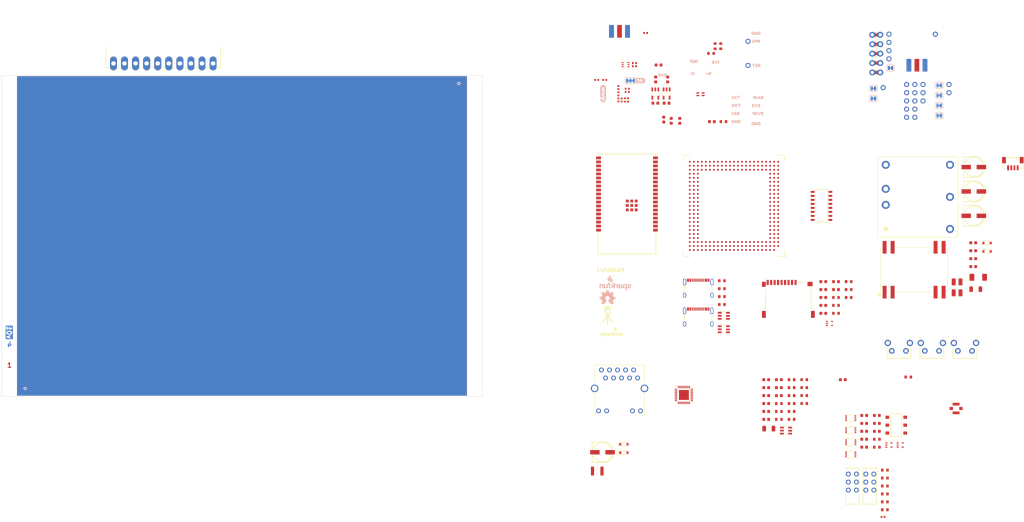
<source format=kicad_pcb>
(kicad_pcb (version 20240108) (generator "pcbnew") (generator_version "8.0")
  (layers (0 "F.Cu" signal) (1 "In1.Cu" signal) (2 "In2.Cu" signal) (31 "B.Cu" signal) (34 "B.Paste" user) (35 "F.Paste" user) (36 "B.SilkS" user "B.Silkscreen") (37 "F.SilkS" user "F.Silkscreen") (38 "B.Mask" user) (39 "F.Mask" user) (44 "Edge.Cuts" user))
  (net 0 "")
  (net 1 "GND")
  (net 2 "Net-(JP1-A)")
  (net 4 "ESP0{slash}BOOT")
  (net 5 "Net-(D2-I{slash}O1)")
  (net 8 "ESP36{slash}MRDY")
  (net 9 "ESP14{slash}MRX1")
  (net 15 "1.8V")
  (net 16 "3.3V")
  (net 18 "ESP_~{RST}")
  (net 20 "Net-(JP3-B)")
  (net 21 "Net-(JP7-B)")
  (net 22 "3.3V_P")
  (net 23 "SD_DATA")
  (net 24 "SD_CLK")
  (net 25 "SD_CMD")
  (net 26 "VUSB")
  (net 27 "ESP13{slash}MTX1")
  (net 28 "VANT")
  (net 29 "Net-(JP6-A)")
  (net 32 "GND-ISO")
  (net 33 "VDDA")
  (net 34 "ESP25{slash}MRX4")
  (net 36 "Net-(D2-I{slash}O2)")
  (net 37 "MRX2")
  (net 38 "MTX2")
  (net 39 "ESP22{slash}SCL")
  (net 40 "ESP21{slash}SDA")
  (net 41 "ESP4{slash}MTX4")
  (net 42 "Net-(JP1-B)")
  (net 43 "CH340-~{DTR}")
  (net 44 "CH340-~{RTS}")
  (net 47 "MOSAIC_RF_IN")
  (net 48 "Net-(C11-Pad2)")
  (net 51 "ESP3{slash}CH340-TX")
  (net 52 "ESP1{slash}CH340-RX")
  (net 53 "MOSAIC_DP")
  (net 54 "MOSAIC_DM")
  (net 55 "ESP35{slash}DeviceSense")
  (net 56 "Net-(U2-~{RESET})")
  (net 58 "ESP_DP")
  (net 59 "ESP_DM")
  (net 74 "Net-(C12-Pad1)")
  (net 75 "Net-(U4-VDDP_1.8)")
  (net 76 "Net-(U4-REXT)")
  (net 77 "10MHz")
  (net 78 "RD-")
  (net 79 "TD-")
  (net 80 "TD+")
  (net 81 "RD+")
  (net 82 "POE+")
  (net 83 "POE-")
  (net 84 "Net-(J5-YLW-)")
  (net 85 "Net-(J5-GRN-)")
  (net 86 "Net-(J6-DAT3{slash}CD)")
  (net 90 "Net-(JP2-B)")
  (net 91 "Net-(JP6-B)")
  (net 92 "/50Ohm")
  (net 93 "Net-(JP7-A)")
  (net 95 "Net-(U6-VOUT+)")
  (net 96 "VIN_DC")
  (net 97 "Net-(U2-SYNC)")
  (net 98 "Net-(R37-Pad2)")
  (net 100 "Net-(Q1B-B2)")
  (net 101 "Net-(Q1A-B1)")
  (net 103 "Net-(U2-GPIO_1)")
  (net 104 "VUSB2")
  (net 107 "Net-(J2-CC2)")
  (net 108 "Net-(J2-SHIELD)")
  (net 112 "Net-(J2-CC1)")
  (net 113 "Net-(J4-SHIELD)")
  (net 118 "Net-(J4-CC2)")
  (net 119 "Net-(J4-CC1)")
  (net 121 "5V")
  (net 122 "Net-(JP10-A)")
  (net 123 "Net-(JP11-A)")
  (net 124 "Net-(U2-GPIO_2)")
  (net 125 "Net-(U2-COM3_RX)")
  (net 126 "Net-(U2-COM3_TX)")
  (net 127 "SPEED")
  (net 128 "LINK")
  (net 129 "Net-(U4-COL{slash}CONFIG0)")
  (net 130 "ETH_~{RST}")
  (net 131 "ETH_MDIO")
  (net 133 "ETH_CLK")
  (net 134 "ETH_TXEN")
  (net 135 "ETH_TXD1")
  (net 137 "ETH_MDC")
  (net 138 "MRTS2")
  (net 139 "MCTS2")
  (net 140 "LED_RTK")
  (net 146 "LOG_BTN")
  (net 147 "ETH_RXDV")
  (net 149 "LED_LOG")
  (net 150 "LED_PVT")
  (net 151 "ETH_RXER")
  (net 152 "ETH_RXD1")
  (net 153 "ETH_TXD0")
  (net 154 "ETH_RXD0")
  (net 160 "Net-(U6-VIN+)")
  (net 161 "VIN_POE")
  (net 164 "VIN+")
  (net 165 "VIN-")
  (net 169 "Net-(JP12-B)")
  (net 170 "Net-(JP13-B)")
  (net 171 "DC_IN+")
  (net 172 "DC_IN-")
  (net 178 "ESP26{slash}MCTS1")
  (net 179 "ESP27{slash}MRTS1")
  (net 180 "Net-(U2-COM3_CTS)")
  (net 181 "Net-(U2-COM3_RTS)")
  (net 182 "VCCIO")
  (net 183 "MRX2_I")
  (net 184 "MTX2_O")
  (net 185 "MRTS2_O")
  (net 186 "MCTS2_I")
  (net 187 "MEventB_I")
  (net 188 "MEventA_I")
  (net 189 "MPPS_O")
  (net 190 "ESP32{slash}LED_ERROR")
  (net 191 "ESP33{slash}LED_LOCK")
  (net 195 "MPPS_1V8")
  (net 196 "MEventA_1V8")
  (net 197 "MEventB_1V8")
  (net 199 "Net-(D11-PadANODE_1)")
  (net 200 "Net-(D11-PadANODE_3)")
  (net 201 "Net-(D11-PadANODE_2)")
  (net 202 "Net-(D12-PadANODE_1)")
  (net 203 "Net-(D12-PadANODE_2)")
  (net 204 "Net-(D12-PadANODE_3)")
  (footprint "SparkFun-Capacitor:C_0402_1005Metric" (layer "F.Cu") (at 305.435 37.338)
    (property "Reference" "D1")
    (property "Value" " PESD0402")
  )
  (footprint "SparkFun-Resistor:R_0603_1608Metric" (layer "F.Cu") (at 329.5499 115.7684)
    (property "Reference" "R9")
    (property "Value" "5.1k")
  )
  (footprint "SparkFun-Switch:Push_PTH_RA_8-020_h7.5mm" (layer "F.Cu") (at 395.965 137.9628)
    (property "Reference" "SW2")
    (property "Value" "PTH_RA_h7.5mm")
  )
  (footprint "SparkFun-RF:ESP32-WROVER-E-IE" (layer "F.Cu") (at 299.5422 91.948 -90)
    (property "Reference" "U1")
    (property "Value" "ESP32-WROVER-IE-N16R8")
  )
  (footprint "SparkFun-Capacitor:C_0603_1608Metric" (layer "F.Cu") (at 316.23 65.151 -90)
    (property "Reference" "C27")
    (property "Value" "10uF")
  )
  (footprint "SparkFun-Capacitor:C_0603_1608Metric" (layer "F.Cu") (at 343.565 149.605)
    (property "Reference" "C11")
    (property "Value" "0.1uF")
  )
  (footprint "SparkFun-Connector:1x01" (layer "F.Cu") (at 387.9639 56.2546)
    (property "Reference" "TP11")
    (property "Value" "PTH")
  )
  (footprint "SparkFun-Capacitor:C_0402_1005Metric" (layer "F.Cu") (at 297.842998 58.547 -90)
    (property "Reference" "C1")
    (property "Value" "10uF")
  )
  (footprint "SparkFun-Semiconductor-Standard:VSSOP8_SOT765-1" (layer "F.Cu") (at 370.295 163.08)
    (property "Reference" "U9")
    (property "Value" "74LVC2T45DC")
  )
  (footprint "SparkFun-Connector:1x01" (layer "F.Cu") (at 393.1639 58.8546)
    (property "Reference" "TP22")
    (property "Value" "PTH")
  )
  (footprint "SparkFun-Semiconductor-Standard:VSSOP8_SOT765-1" (layer "F.Cu") (at 370.295 159.255)
    (property "Reference" "U8")
    (property "Value" "74LVC2T45DC")
  )
  (footprint "SparkFun-Capacitor:C_0603_1608Metric" (layer "F.Cu") (at 409.02 111.29)
    (property "Reference" "C38")
    (property "Value" "10uF")
  )
  (footprint "SparkFun-Capacitor:C_0402_1005Metric" (layer "F.Cu") (at 296.826998 54.61 90)
    (property "Reference" "C8")
    (property "Value" "1.0uF")
  )
  (footprint "SparkFun-Jumper:Jumper_2_PTH_SMD_Combo-NC" (layer "F.Cu") (at 378.3737 49.85)
    (property "Reference" "JP6")
    (property "Value" "Measure")
  )
  (footprint "SparkFun-Resistor:R_0603_1608Metric" (layer "F.Cu") (at 388.485 146.2428)
    (property "Reference" "R37")
    (property "Value" "1k")
  )
  (footprint "SparkFun-Capacitor:C_0603_1608Metric" (layer "F.Cu") (at 312.066998 59.563 180)
    (property "Reference" "C23")
    (property "Value" "0.1uF")
  )
  (footprint "SparkFun-Connector:1x01" (layer "F.Cu") (at 393.1639 56.2546)
    (property "Reference" "TP21")
    (property "Value" "PTH")
  )
  (footprint "SparkFun-Aesthetic:Fiducial_0.5mm_Mask1mm" (layer "F.Cu") (at 109.22 149.86)
    (property "Reference" "FID3")
    (property "Value" "Fiducial_0.5mm")
  )
  (footprint "SparkFun-Resistor:R_0402_1005Metric" (layer "F.Cu") (at 301.907 46.863)
    (property "Reference" "R2")
    (property "Value" "10k")
  )
  (footprint "SparkFun-Semiconductor-Standard:QFN-32" (layer "F.Cu") (at 317.54 151.92)
    (property "Reference" "U4")
    (property "Value" "KSZ8041NL/I")
  )
  (footprint "SparkFun-Resistor:R_0603_1608Metric" (layer "F.Cu") (at 378.56 165.94)
    (property "Reference" "R43")
    (property "Value" "100k")
  )
  (footprint "SparkFun-Resistor:R_0603_1608Metric" (layer "F.Cu") (at 369.635 118.555)
    (property "Reference" "R31")
    (property "Value" "1k")
  )
  (footprint "SparkFun-Capacitor:C_0603_1608Metric" (layer "F.Cu") (at 378.56 158.41)
    (property "Reference" "C44")
    (property "Value" "0.1uF")
  )
  (footprint "SparkFun-Capacitor:C_0603_1608Metric" (layer "F.Cu") (at 313.535 65.151 -90)
    (property "Reference" "C28")
    (property "Value" "0.1uF")
  )
  (footprint "SparkFun-Connector:1x01" (layer "F.Cu") (at 390.5639 61.4546)
    (property "Reference" "TP18")
    (property "Value" "PTH")
  )
  (footprint "SparkFun-Resistor:R_0603_1608Metric" (layer "F.Cu") (at 365.625 126.085)
    (property "Reference" "R29")
    (property "Value" "10k")
  )
  (footprint "SparkFun-Capacitor:C_0603_1608Metric" (layer "F.Cu") (at 361.615 121.065)
    (property "Reference" "C18")
    (property "Value" "2.2uF")
  )
  (footprint "SparkFun-Semiconductor-Standard:SOT23-6" (layer "F.Cu") (at 349.835 163.2002)
    (property "Reference" "D6")
    (property "Value" "DT1042-04SO")
  )
  (footprint "SparkFun-Resistor:R_0603_1608Metric" (layer "F.Cu") (at 351.585 159.645)
    (property "Reference" "R25")
    (property "Value" "13k")
  )
  (footprint "SparkFun-Semiconductor-Standard:VSSOP8_SOT765-1" (layer "F.Cu") (at 370.295 166.905)
    (property "Reference" "U10")
    (property "Value" "74LVC2T45DC")
  )
  (footprint "SparkFun-Connector:1x01" (layer "F.Cu") (at 382.3739 37.7346)
    (property "Reference" "TP2")
    (property "Value" "PTH")
  )
  (footprint "SparkFun-GPS:MOSAIC_LGA" (layer "F.Cu") (at 333.375 92.075)
    (property "Reference" "U2")
    (property "Value" "mosaic-X5")
  )
  (footprint "SparkFun-Hardware:Standoff" (layer "F.Cu") (at 251.46 149.86)
    (property "Reference" "ST3")
    (property "Value" "STAND-OFF")
  )
  (footprint "SparkFun-Connector:1x01" (layer "F.Cu") (at 393.1639 53.6546)
    (property "Reference" "TP20")
    (property "Value" "PTH")
  )
  (footprint "SparkFun-Capacitor:PANASONIC_D" (layer "F.Cu") (at 291.7984 170.0566)
    (property "Reference" "C6")
    (property "Value" "100uF")
  )
  (footprint "SparkFun-Capacitor:C_0402_1005Metric" (layer "F.Cu") (at 296.826998 58.547 -90)
    (property "Reference" "C2")
    (property "Value" "0.1uF")
  )
  (footprint "SparkFun-Resistor:R_0603_1608Metric" (layer "F.Cu") (at 381.09 188.26)
    (property "Reference" "R42")
    (property "Value" "470")
  )
  (footprint "SparkFun-Jumper:Jumper_2_PTH_SMD_Combo-NC" (layer "F.Cu") (at 378.3737 43.8876)
    (property "Reference" "JP4")
    (property "Value" "Measure")
  )
  (footprint "SparkFun-Coil:1008_2520Metric" (layer "F.Cu") (at 403.93 116.15)
    (property "Reference" "L3")
    (property "Value" "4.7uH")
  )
  (footprint "SparkFun-Capacitor:C_0603_1608Metric" (layer "F.Cu") (at 365.625 116.045)
    (property "Reference" "C30")
    (property "Value" "10uF")
  )
  (footprint "SparkFun-Resistor:R_0603_1608Metric" (layer "F.Cu") (at 369.635 121.065)
    (property "Reference" "R32")
    (property "Value" "33")
  )
  (footprint "SparkFun-Fuse:1210" (layer "F.Cu") (at 290.1388 176.0054)
    (property "Reference" "F1")
    (property "Value" "6V/2.0A/4.0A")
  )
  (footprint "kibuzzard-65776CDC" (layer "F.Cu") (at 294.64 112.395)
    (property "Reference" "kibuzzard-65776CDC" (hide yes))
    (property "Value" "G***" (hide yes))
  )
  (footprint "SparkFun-Capacitor:C_0603_1608Metric" (layer "F.Cu") (at 361.615 118.555)
    (property "Reference" "C17")
    (property "Value" "0.1uF")
  )
  (footprint "SparkFun-Capacitor:C_0603_1608Metric" (layer "F.Cu") (at 378.56 160.92)
    (property "Reference" "C45")
    (property "Value" "2.2uF")
  )
  (footprint "SparkFun-Capacitor:C_0603_1608Metric" (layer "F.Cu") (at 347.575 152.115)
    (property "Reference" "L2")
    (property "Value" "470Ohm")
  )
  (footprint "SparkFun-Resistor:R_0603_1608Metric" (layer "F.Cu") (at 365.625 121.065)
    (property "Reference" "R27")
    (property "Value" "10k")
  )
  (footprint "SparkFun-Connector:1x01" (layer "F.Cu") (at 401.3539 56.2546)
    (property "Reference" "TP9")
    (property "Value" "PTH")
  )
  (footprint "SparkFun-Connector:1x01" (layer "F.Cu") (at 337.82 40.005)
    (property "Reference" "TP6")
    (property "Value" "PTH")
  )
  (footprint "SparkFun-Connector:SMA_Edge" (layer "F.Cu") (at 297.18 36.83)
    (property "Reference" "J1")
    (property "Value" "Val**")
  )
  (footprint "SparkFun-Capacitor:PANASONIC_D" (layer "F.Cu") (at 409.205 87.5098)
    (property "Reference" "C35")
    (property "Value" "47uF")
  )
  (footprint "SparkFun-Resistor:R_0603_1608Metric" (layer "F.Cu") (at 329.5499 120.7884)
    (property "Reference" "R14")
    (property "Value" "5.1k")
  )
  (footprint "SparkFun-Connector:U.FL" (layer "F.Cu") (at 403.605 156.21)
    (property "Reference" "J3")
    (property "Value" "Val**")
  )
  (footprint "SparkFun-Capacitor:C_0603_1608Metric" (layer "F.Cu") (at 343.565 154.625)
    (property "Reference" "C13")
    (property "Value" "2.2uF")
  )
  (footprint "SparkFun-Capacitor:C_0603_1608Metric" (layer "F.Cu") (at 374.55 158.41)
    (property "Reference" "C39")
    (property "Value" "2.2uF")
  )
  (footprint "SparkFun-Connector:1x01" (layer "F.Cu") (at 382.3739 40.3346)
    (property "Reference" "TP3")
    (property "Value" "PTH")
  )
  (footprint "SparkFun-Resistor:R_1206_3216Metric" (layer "F.Cu") (at 409.82 118.44)
    (property "Reference" "R36")
    (property "Value" "49.9")
  )
  (footprint "SparkFun-Connector:1x01" (layer "F.Cu") (at 337.82 47.625 180)
    (property "Reference" "TP5")
    (property "Value" "PTH")
  )
  (footprint "SparkFun-Capacitor:C_0603_1608Metric" (layer "F.Cu") (at 343.565 152.115)
    (property "Reference" "C12")
    (property "Value" "0.1uF")
  )
  (footprint "SparkFun-Connector:1x01" (layer "F.Cu") (at 387.9639 64.0546)
    (property "Reference" "TP14")
    (property "Value" "PTH")
  )
  (footprint "SparkFun-Resistor:R_0603_1608Metric" (layer "F.Cu") (at 351.585 147.095)
    (property "Reference" "R20")
    (property "Value" "49.9")
  )
  (footprint "SparkFun-Connector:Screw_Cage_3.5mm-10" (layer "F.Cu") (at 152.91 44.19 180)
    (property "Reference" "J9")
    (property "Value" "Screw_Cage_3.5mm-10")
  )
  (footprint "SparkFun-Semiconductor-Standard:SOT-323" (layer "F.Cu") (at 299.113 47.371)
    (property "Reference" "Q1")
    (property "Value" "MBT3904DW1")
  )
  (footprint "SparkFun-Capacitor:PANASONIC_D" (layer "F.Cu") (at 409.205 79.8066)
    (property "Reference" "C32")
    (property "Value" "100uF")
  )
  (footprint "SparkFun-Resistor:R_0603_1608Metric" (layer "F.Cu") (at 329.5499 118.2784)
    (property "Reference" "R10")
    (property "Value" "5.1k")
  )
  (footprint "SparkFun-Hardware:Standoff" (layer "F.Cu") (at 104.14 149.86)
    (property "Reference" "ST4")
    (property "Value" "STAND-OFF")
  )
  (footprint "SparkFun-Capacitor:C_0603_1608Metric" (layer "F.Cu") (at 312.42 52.07 90)
    (property "Reference" "C22")
    (property "Value" "1.0uF")
  )
  (footprint "SparkFun-Resistor:R_0402_1005Metric" (layer "F.Cu") (at 298.858998 58.547 -90)
    (property "Reference" "R7")
    (property "Value" "1k")
  )
  (footprint "SparkFun-Aesthetic:SparkFun_Logo_7mm" (layer "F.Cu") (at 294.64 132.715)
    (property "Reference" "G***" (hide yes))
    (property "Value" "LOGO" (hide yes))
  )
  (footprint "SparkFun-Jumper:Jumper_2_PTH_SMD_Combo-NC" (layer "F.Cu") (at 378.3737 46.8688)
    (property "Reference" "JP5")
    (property "Value" "Measure")
  )
  (footprint "SparkFun-Semiconductor-Standard:REC15E" (layer "F.Cu") (at 391.5312 89.2312)
    (property "Reference" "U6")
    (property "Value" "REC15E-2405SZ")
  )
  (footprint "SparkFun-Capacitor:C_0603_1608Metric" (layer "F.Cu") (at 343.565 157.135)
    (property "Reference" "C14")
    (property "Value" "0.1uF")
  )
  (footprint "SparkFun-Semiconductor-Standard:SOT23-5" (layer "F.Cu") (at 312.066998 56.515 -90)
    (property "Reference" "U11")
    (property "Value" "AP2112K-3.3")
  )
  (footprint "SparkFun-Aesthetic:Fiducial_0.5mm_Mask1mm" (layer "F.Cu") (at 246.38 53.34)
    (property "Reference" "FID4")
    (property "Value" "Fiducial_0.5mm")
  )
  (footprint "SparkFun-Capacitor:C_0603_1608Metric" (layer "F.Cu") (at 347.575 149.605)
    (property "Reference" "C26")
    (property "Value" "0.1uF")
  )
  (footprint "SparkFun-Capacitor:C_0603_1608Metric" (layer "F.Cu") (at 308.61 52.07 -90)
    (property "Reference" "C7")
    (property "Value" "1.0uF")
  )
  (footprint "SparkFun-Connector:1x01" (layer "F.Cu") (at 387.9639 61.4546)
    (property "Reference" "TP13")
    (property "Value" "PTH")
  )
  (footprint "SparkFun-Connector:1x01" (layer "F.Cu") (at 397.0439 37.7346)
    (property "Reference" "TP1")
    (property "Value" "PTH")
  )
  (footprint "SparkFun-Resistor:R_0603_1608Metric" (layer "F.Cu") (at 347.575 159.645)
    (property "Reference" "R19")
    (property "Value" "49.9")
  )
  (footprint "SparkFun-Hardware:Standoff" (layer "F.Cu") (at 251.46 53.34)
    (property "Reference" "ST1")
    (property "Value" "STAND-OFF")
  )
  (footprint "SparkFun-Capacitor:C_0603_1608Metric" (layer "F.Cu") (at 374.55 168.45)
    (property "Reference" "C43")
    (property "Value" "2.2uF")
  )
  (footprint "SparkFun-Resistor:R_0603_1608Metric" (layer "F.Cu") (at 381.09 183.24)
    (property "Reference" "R39")
    (property "Value" "470")
  )
  (footprint "SparkFun-Resistor:R_0603_1608Metric" (layer "F.Cu") (at 381.09 175.71)
    (property "Reference" "R12")
    (property "Value" "470")
  )
  (footprint "SparkFun-Capacitor:C_0402_1005Metric" (layer "F.Cu") (at 292.509 52.197)
    (property "Reference" "C4")
    (property "Value" "2.2uF")
  )
  (footprint "SparkFun-Resistor:R_0603_1608Metric" (layer "F.Cu") (at 327.408 41.529 -90)
    (property "Reference" "R16")
    (property "Value" "100k")
  )
  (footprint "SparkFun-Resistor:R_0603_1608Metric" (layer "F.Cu") (at 381.09 178.22)
    (property "Reference" "R13")
    (property "Value" "470")
  )
  (footprint "SparkFun-Resistor:R_0603_1608Metric" (layer "F.Cu") (at 351.585 157.135)
    (property "Reference" "R24")
    (property "Value" "10k")
  )
  (footprint "SparkFun-Semiconductor-Standard:SOT23-6" (layer "F.Cu") (at 330.1699 126.8536)
    (property "Reference" "D2")
    (property "Value" "DT1042-04SO")
  )
  (footprint "SparkFun-LED:CBI_LED_Triple_3mm_PTH" (layer "F.Cu") (at 376.3268 186.4866)
    (property "Reference" "D12")
    (property "Value" "CBI_LED_3mm_YGR")
  )
  (footprint "SparkFun-Resistor:R_0402_1005Metric" (layer "F.Cu") (at 299.874998 58.547 -90)
    (property "Reference" "R8")
    (property "Value" "4.7k")
  )
  (footprint "SparkFun-Resistor:R_0603_1608Metric" (layer "F.Cu") (at 355.595 152.115)
    (property "Reference" "R34")
    (property "Value" "4.7k")
  )
  (footprint "SparkFun-Resistor:R_0402_1005Metric" (layer "F.Cu") (at 301.907 47.879)
    (property "Reference" "R3")
    (property "Value" "10k")
  )
  (footprint "SparkFun-Connector:microSD_External_Pin" (layer "F.Cu") (at 350.585 126.815)
    (property "Reference" "J6")
    (property "Value" "microSD")
  )
  (footprint "SparkFun-Connector:1x01" (layer "F.Cu") (at 382.3739 45.5346)
    (property "Reference" "TP7")
    (property "Value" "PTH")
  )
  (footprint "SparkFun-Switch:Slide_DPDT_SMD_7.2x3.5mm" (layer "F.Cu") (at 384.69 161.48)
    (property "Reference" "SW4")
    (property "Value" "SPDT_Slide_SMD_7.2x3.5mm")
  )
  (footprint "SparkFun-Capacitor:C_0603_1608Metric" (layer "F.Cu") (at 311.15 64.77 -90)
    (property "Reference" "C29")
    (property "Value" "22uF")
  )
  (footprint "SparkFun-Capacitor:C_0603_1608Metric" (layer "F.Cu") (at 309.527 47.498)
    (property "Reference" "L1")
    (property "Value" "470Ohm")
  )
  (footprint "SparkFun-Hardware:Standoff" (layer "F.Cu") (at 104.14 53.34)
    (property "Reference" "ST2")
    (property "Value" "STAND-OFF")
  )
  (footprint "SparkFun-Resistor:R_0603_1608Metric" (layer "F.Cu") (at 326.138 43.815)
    (property "Reference" "R5")
    (property "Value" "10k")
  )
  (footprint "SparkFun-Resistor:R_0603_1608Metric" (layer "F.Cu") (at 369.635 116.045)
    (property "Reference" "R30")
    (property "Value" "1k")
  )
  (footprint "SparkFun-Connector:USB-C_16" (layer "F.Cu") (at 322.0699 124.3759)
    (property "Reference" "J4")
    (property "Value" "USB_C_Receptacle")
  )
  (footprint "SparkFun-Capacitor:C_0603_1608Metric" (layer "F.Cu") (at 361.615 123.575)
    (property "Reference" "C19")
    (property "Value" "0.1uF")
  )
  (footprint "SparkFun-Capacitor:C_0603_1608Metric" (layer "F.Cu") (at 326.389998 65.405 180)
    (property "Reference" "C3")
    (property "Value" "0.1uF")
  )
  (footprint "SparkFun-Connector:USB-C_16" (layer "F.Cu") (at 322.0699 115.2634)
    (property "Reference" "J2")
    (property "Value" "USB_C_Receptacle")
  )
  (footprint "SparkFun-Semiconductor-Standard:SO-16" (layer "F.Cu") (at 361.055 92.075 180)
    (property "Reference" "U3")
    (property "Value" "CH340C")
  )
  (footprint "SparkFun-Resistor:R_0402_1005Metric" (layer "F.Cu") (at 299.620998 56.007)
    (property "Reference" "R4")
    (property "Value" "2.2k")
  )
  (footprint "SparkFun-Connector:1x01" (layer "F.Cu") (at 390.5639 53.6546)
    (property "Reference" "TP15")
    (property "Value" "PTH")
  )
  (footprint "SparkFun-Capacitor:C_0603_1608Metric" (layer "F.Cu") (at 343.565 147.095)
    (property "Reference" "C10")
    (property "Value" "0.1uF")
  )
  (footprint "SparkFun-Resistor:R_0603_1608Metric" (layer "F.Cu") (at 351.585 152.115)
    (property "Reference" "R22")
    (property "Value" "49.9")
  )
  (footprint "SparkFun-Connector:RP-SMA_Edge" (layer "F.Cu") (at 391.2051 47.5527)
    (property "Reference" "J8")
    (property "Value" "Val**")
  )
  (footprint "SparkFun-Resistor:R_0603_1608Metric" (layer "F.Cu") (at 355.595 154.625)
    (property "Reference" "R35")
    (property "Value" "4.7k")
  )
  (footprint "SparkFun-Semiconductor-Standard:SOD-323" (layer "F.Cu") (at 413.3966 106.48)
    (property "Reference" "D10")
    (property "Value" "BAT60A")
  )
  (footprint "SparkFun-LED:CBI_LED_Triple_3mm_PTH" (layer "F.Cu") (at 370.8056 186.4866)
    (property "Reference" "D11")
    (property "Value" "CBI_LED_3mm_YGR")
  )
  (footprint "SparkFun-Coil:1008_2520Metric" (layer "F.Cu") (at 403.93 119.6)
    (property "Reference" "L4")
    (property "Value" "4.7uH")
  )
  (footprint "SparkFun-Resistor:R_0603_1608Metric" (layer "F.Cu") (at 355.595 149.605)
    (property "Reference" "R33")
    (property "Value" "4.7k")
  )
  (footprint "SparkFun-Capacitor:C_0603_1608Metric" (layer "F.Cu") (at 365.625 118.555)
    (property "Reference" "C31")
    (property "Value" "2.2uF")
  )
  (footprint "SparkFun-Semiconductor-Standard:SOD-323" (layer "F.Cu") (at 413.3966 103.83)
    (property "Reference" "D9")
    (property "Value" "BAT60A")
  )
  (footprint "SparkFun-Resistor:R_0603_1608Metric" (layer "F.Cu") (at 347.575 157.135)
    (property "Reference" "R18")
    (property "Value" "1k")
  )
  (footprint "SparkFun-Capacitor:C_0402_1005Metric" (layer "F.Cu") (at 380.52 190.5)
    (property "Reference" "D15")
    (property "Value" " PESD0402")
  )
  (footprint "SparkFun-Semiconductor-Standard:SOT-353" (layer "F.Cu") (at 363.585 129.29)
    (property "Reference" "D7")
    (property "Value" "DF5A5.6LFU")
  )
  (footprint "SparkFun-Resistor:R_0603_1608Metric" (layer "F.Cu") (at 347.575 154.625)
    (property "Reference" "R17")
    (property "Value" "1k")
  )
  (footprint "SparkFun-Switch:Push_PTH_RA_8-020_h7.5mm" (layer "F.Cu") (at 385.515 137.9628)
    (property "Reference" "SW1")
    (property "Value" "PTH_RA_h7.5mm")
  )
  (footprint "SparkFun-Resistor:R_0603_1608Metric" (layer "F.Cu") (at 329.186 41.529 -90)
    (property "Reference" "R41")
    (property "Value" "100k")
  )
  (footprint "SparkFun-Capacitor:C_1206_3216Metric" (layer "F.Cu") (at 344.385 162.575)
    (property "Reference" "C9")
    (property "Value" "1nF")
  )
  (footprint "SparkFun-Aesthetic:SparkFun_RTK_15mm" (layer "F.Cu") (at 293.37 127.635)
    (property "Reference" "Ref**" (hide yes))
    (property "Value" "Val**" (hide yes))
  )
  (footprint "SparkFun-Capacitor:C_0603_1608Metric" (layer "F.Cu") (at 374.55 160.92)
    (property "Reference" "C40")
    (property "Value" "0.1uF")
  )
  (footprint "SparkFun-Semiconductor-Standard:SOD-323" (layer "F.Cu") (at 298.57 167.53)
    (property "Reference" "D4")
    (property "Value" "BAT60A")
  )
  (footprint "SparkFun-Capacitor:C_0603_1608Metric" (layer "F.Cu") (at 367.795 147.095)
    (property "Reference" "C20")
    (property "Value" "1.0uF")
  )
  (footprint "SparkFun-Semiconductor-Standard:VSSOP8_SOT765-1" (layer "F.Cu") (at 370.295 170.73)
    (property "Reference" "U12")
    (property "Value" "74LVC2T45DC")
  )
  (footprint "SparkFun-Coil:RFCMF1220100M4T" (layer "F.Cu") (at 322.794998 56.75)
    (property "Reference" "TR1")
    (property "Value" "Val**")
  )
  (footprint "SparkFun-Resistor:R_0603_1608Metric" (layer "F.Cu") (at 381.09 180.73)
    (property "Reference" "R38")
    (property "Value" "470")
  )
  (footprint "SparkFun-Resistor:R_0603_1608Metric" (layer "F.Cu") (at 351.585 154.625)
    (property "Reference" "R23")
    (property "Value" "10k")
  )
  (footprint "SparkFun-Resistor:R_0603_1608Metric" (layer "F.Cu") (at 378.56 168.45)
    (property "Reference" "R44")
    (property "Value" "100k")
  )
  (footprint "SparkFun-Resistor:R_0402_1005Metric" (layer "F.Cu") (at 299.620998 54.991)
    (property "Reference" "R6")
    (property "Value" "2.2k")
  )
  (footprint "SparkFun-Capacitor:C_0603_1608Metric" (layer "F.Cu") (at 361.615 126.085)
    (property "Reference" "C24")
    (property "Value" "33pF")
  )
  (footprint "SparkFun-Connector:MagJack_PoE_RJ45" (layer "F.Cu") (at 297.1944 152.888)
    (property "Reference" "J5")
    (property "Value" "MagJack_PoE")
  )
  (footprint "SparkFun-Connector:1x01" (layer "F.Cu") (at 387.9639 53.6546)
    (property "Reference" "TP10")
    (property "Value" "PTH")
  )
  (footprint "SparkFun-Connector:1x01" (layer "F.Cu") (at 390.5639 56.2546)
    (property "Reference" "TP16")
    (property "Value" "PTH")
  )
  (footprint "SparkFun-Semiconductor-Standard:SOT-353" (layer "F.Cu") (at 385.95 167.755)
    (property "Reference" "D14")
    (property "Value" "DF5A5.6LFU")
  )
  (footprint "SparkFun-Connector:1x01" (layer "F.Cu") (at 382.3739 42.9346)
    (property "Reference" "TP4")
    (property "Value" "PTH")
  )
  (footprint "SparkFun-Connector:1x01" (layer "F.Cu") (at 390.5639 64.0546)
    (property "Reference" "TP19")
    (property "Value" "PTH")
  )
  (footprint "SparkFun-Capacitor:PANASONIC_D" (layer "F.Cu") (at 409.205 95.213)
    (property "Reference" "C36")
    (property "Value" "100uF")
  )
  (footprint "SparkFun-Capacitor:C_0603_1608Metric" (layer "F.Cu") (at 343.565 159.645)
    (property "Reference" "C15")
    (property "Value" "100pF")
  )
  (footprint "SparkFun-Connector:1x01" (layer "F.Cu") (at 390.5639 58.8546)
    (property "Reference" "TP17")
    (property "Value" "PTH")
  )
  (footprint "SparkFun-Resistor:R_0603_1608Metric" (layer "F.Cu") (at 330.044998 65.405 180)
    (property "Reference" "R11")
    (property "Value" "10k")
  )
  (footprint "SparkFun-Capacitor:C_0603_1608Metric" (layer "F.Cu") (at 347.575 147.095)
    (property "Reference" "C25")
    (property "Value" "10uF")
  )
  (footprint "SparkFun-Semiconductor-Standard:SMA" (layer "F.Cu") (at 410.6166 114.67)
    (property "Reference" "D8")
    (property "Value" "SK34A")
  )
  (footprint "SparkFun-Semiconductor-Standard:Ag9900M" (layer "F.Cu") (at 390.33 112.28)
    (property "Reference" "U7")
    (property "Value" "Ag9905M")
  )
  (footprint "SparkFun-Switch:Push_PTH_RA_8-020_h7.5mm" (layer "F.Cu") (at 406.415 137.9628)
    (property "Reference" "SW3")
    (property "Value" "PTH_RA_h7.5mm")
  )
  (footprint "SparkFun-Resistor:R_0402_1005Metric" (layer "F.Cu") (at 296.826998 56.642 90)
    (property "Reference" "R1")
    (property "Value" "10k")
  )
  (footprint "SparkFun-Resistor:R_0603_1608Metric" (layer "F.Cu") (at 365.625 123.575)
    (property "Reference" "R28")
    (property "Value" "10k")
  )
  (footprint "SparkFun-Capacitor:C_0603_1608Metric" (layer "F.Cu") (at 409.02 103.76)
    (property "Reference" "C33")
    (property "Value" "10uF")
  )
  (footprint "SparkFun-Capacitor:C_0603_1608Metric" (layer "F.Cu") (at 409.02 108.78)
    (property "Reference" "C37")
    (property "Value" "10uF")
  )
  (footprint "SparkFun-Capacitor:C_0603_1608Metric" (layer "F.Cu") (at 374.55 163.43)
    (property "Reference" "C41")
    (property "Value" "2.2uF")
  )
  (footprint "SparkFun-Capacitor:C_0603_1608Metric" (layer "F.Cu") (at 361.615 116.045)
    (property "Reference" "C16")
    (property "Value" "2.2uF")
  )
  (footprint "SparkFun-Semiconductor-Standard:SOD-323" (layer "F.Cu") (at 298.57 170.18)
    (property "Reference" "D5")
    (property "Value" "BAT60A")
  )
  (footprint "SparkFun-Connector:1x01" (layer "F.Cu") (at 387.9639 58.8546)
    (property "Reference" "TP12")
    (property "Value" "PTH")
  )
  (footprint "SparkFun-Capacitor:C_0603_1608Metric" (layer "F.Cu") (at 378.56 163.43)
    (property "Reference" "C46")
    (property "Value" "0.1uF")
  )
  (footprint "SparkFun-Capacitor:C_0603_1608Metric" (layer "F.Cu") (at 308.510998 59.563 180)
    (property "Reference" "C21")
    (property "Value" "1.0uF")
  )
  (footprint "SparkFun-Resistor:R_0603_1608Metric" (layer "F.Cu") (at 351.585 149.605)
    (property "Reference" "R21")
    (property "Value" "49.9")
  )
  (footprint "SparkFun-Resistor:R_0603_1608Metric" (layer "F.Cu") (at 381.09 185.75)
    (property "Reference" "R40")
    (property "Value" "470")
  )
  (footprint "SparkFun-Aesthetic:Creative_Commons_License" (layer "F.Cu") (at 212.344 166.37)
    (property "Reference" "G1" (hide yes))
    (property "Value" "OSHW_Logo" (hide yes))
  )
  (footprint "SparkFun-Connector:1x01" (layer "F.Cu") (at 401.3539 53.6546)
    (property "Reference" "TP8")
    (property "Value" "PTH")
  )
  (footprint "SparkFun-Connector:1x01" (layer "F.Cu") (at 380.5539 54.6346)
    (property "Reference" "TP23")
    (property "Value" "PTH")
  )
  (footprint "SparkFun-Capacitor:C_0603_1608Metric" (layer "F.Cu") (at 374.55 165.94)
    (property "Reference" "C42")
    (property "Value" "0.1uF")
  )
  (footprint "SparkFun-Semiconductor-Standard:SOT23-6" (layer "F.Cu") (at 330.1699 131.13)
    (property "Reference" "D3")
    (property "Value" "DT1042-04SO")
  )
  (footprint "SparkFun-Resistor:R_0603_1608Metric" (layer "F.Cu") (at 329.5499 123.2984)
    (property "Reference" "R15")
    (property "Value" "5.1k")
  )
  (footprint "SparkFun-Capacitor:C_0603_1608Metric" (layer "F.Cu") (at 409.02 106.27)
    (property "Reference" "C34")
    (property "Value" "10uF")
  )
  (footprint "SparkFun-Resistor:R_0603_1608Metric" (layer "F.Cu") (at 355.595 147.095)
    (property "Reference" "R26")
    (property "Value" "13k")
  )
  (footprint "SparkFun-Semiconductor-Standard:SOT-353" (layer "F.Cu") (at 382.36 167.755)
    (property "Reference" "D13")
    (property "Value" "DF5A5.6LFU")
  )
  (footprint "SparkFun-Jumper:Jumper_2_PTH_SMD_Combo-NC" (layer "F.Cu") (at 378.3737 40.9064)
    (property "Reference" "JP3")
    (property "Value" "Measure")
  )
  (footprint "SparkFun-Jumper:Jumper_2_PTH_SMD_Combo-NC" (layer "F.Cu") (at 378.3737 37.9252)
    (property "Reference" "JP2")
    (property "Value" "Measure")
  )
  (footprint "SparkFun-Connector:JST_SMD_1.0mm-4_Vertical" (layer "F.Cu") (at 421.55 78.508)
    (property "Reference" "J7")
    (property "Value" "Qwiic_Vertical")
  )
  (footprint "SparkFun-Semiconductor-Standard:SOT23-5" (layer "F.Cu") (at 308.510998 56.515 -90)
    (property "Reference" "U5")
    (property "Value" "AP2112K-3.3")
  )
  (footprint "SparkFun-Capacitor:C_0402_1005Metric" (layer "F.Cu") (at 289.969 52.197 180)
    (property "Reference" "C5")
    (property "Value" "0.1uF")
  )
  (footprint "kibuzzard-65A7F548" (layer "B.Cu") (at 340.995 62.865 180)
    (property "Reference" "kibuzzard-65A7F548" (hide yes))
    (property "Value" "G***" (hide yes))
  )
  (footprint "kibuzzard-65A7F5CF" (layer "B.Cu") (at 334.137 60.325 180)
    (property "Reference" "kibuzzard-65A7F5CF" (hide yes))
    (property "Value" "G***" (hide yes))
  )
  (footprint "SparkFun-Jumper:Jumper_2_NC_Trace" (layer "B.Cu") (at 377.4593 58.1112 180)
    (property "Reference" "JP13")
    (property "Value" "~")
  )
  (footprint "SparkFun-Jumper:Jumper_2_NC_Trace" (layer "B.Cu") (at 382.8693 48.4268 180)
    (property "Reference" "JP7")
    (property "Value" "~")
  )
  (footprint "SparkFun-Jumper:Jumper_3_NC-2_Trace" (layer "B.Cu") (at 300.637 52.451)
    (property "Reference" "JP1")
    (property "Value" "~")
  )
  (footprint "kibuzzard-65A7F771" (layer "B.Cu") (at 327.662 46.609 180)
    (property "Reference" "kibuzzard-65A7F771" (hide yes))
    (property "Value" "G***" (hide yes))
  )
  (footprint "kibuzzard-65A7F5E3" (layer "B.Cu") (at 334.01 57.785 180)
    (property "Reference" "kibuzzard-65A7F5E3" (hide yes))
    (property "Value" "G***" (hide yes))
  )
  (footprint "SparkFun-Aesthetic:OSHW_Logo_5mm" (layer "B.Cu") (at 293.37 121.285 180)
    (property "Reference" "Ref**" (hide yes))
    (property "Value" "Val**" (hide yes))
  )
  (footprint "SparkFun-Jumper:Jumper_2_NC_Trace" (layer "B.Cu") (at 398.2593 60.3156 180)
    (property "Reference" "JP10")
    (property "Value" "~")
  )
  (footprint "kibuzzard-65A7F5A7" (layer "B.Cu") (at 334.01 65.405 180)
    (property "Reference" "kibuzzard-65A7F5A7" (hide yes))
    (property "Value" "G***" (hide yes))
  )
  (footprint "SparkFun-Aesthetic:Fiducial_0.5mm_Mask1mm" (layer "B.Cu") (at 109.22 149.86 180)
    (property "Reference" "FID2")
    (property "Value" "Fiducial_0.5mm")
  )
  (footprint "SparkFun-Aesthetic:Fiducial_0.5mm_Mask1mm" (layer "B.Cu") (at 246.38 53.34 180)
    (property "Reference" "FID1")
    (property "Value" "Fiducial_0.5mm")
  )
  (footprint "kibuzzard-65A7F891" (layer "B.Cu") (at 303.812 52.451 180)
    (property "Reference" "kibuzzard-65A7F891" (hide yes))
    (property "Value" "G***" (hide yes))
  )
  (footprint "kibuzzard-65A7F63F" (layer "B.Cu") (at 320.548 46.355 180)
    (property "Reference" "kibuzzard-65A7F63F" (hide yes))
    (property "Value" "G***" (hide yes))
  )
  (footprint "SparkFun-Aesthetic:SparkFun_Logo_10mm" (layer "B.Cu") (at 295.91 117.475 180)
    (property "Reference" "G***")
    (property "Value" "LOGO" (hide yes))
  )
  (footprint "kibuzzard-65A7F511" (layer "B.Cu") (at 340.36 60.325 180)
    (property "Reference" "kibuzzard-65A7F511" (hide yes))
    (property "Value" "G***" (hide yes))
  )
  (footprint "kibuzzard-65A7F5BC" (layer "B.Cu") (at 333.883 62.865 180)
    (property "Reference" "kibuzzard-65A7F5BC" (hide yes))
    (property "Value" "G***" (hide yes))
  )
  (footprint "SparkFun-Jumper:Jumper_2_NC_Trace" (layer "B.Cu") (at 398.2593 57.1312 180)
    (property "Reference" "JP9")
    (property "Value" "~")
  )
  (footprint "kibuzzard-65A7F47C" (layer "B.Cu") (at 340.36 40.005 180)
    (property "Reference" "kibuzzard-65A7F47C" (hide yes))
    (property "Value" "G***" (hide yes))
  )
  (footprint "kibuzzard-65A7F697" (layer "B.Cu") (at 325.335 50.146 180)
    (property "Reference" "kibuzzard-65A7F697" (hide yes))
    (property "Value" "G***" (hide yes))
  )
  (footprint "kibuzzard-65A7F440" (layer "B.Cu") (at 340.36 66.04 180)
    (property "Reference" "kibuzzard-65A7F440" (hide yes))
    (property "Value" "G***" (hide yes))
  )
  (footprint "SparkFun-Jumper:Jumper_2_NC_Trace" (layer "B.Cu") (at 377.4593 54.9268 180)
    (property "Reference" "JP12")
    (property "Value" "~")
  )
  (footprint "kibuzzard-65A7F440" (layer "B.Cu") (at 340.36 37.465 180)
    (property "Reference" "kibuzzard-65A7F440" (hide yes))
    (property "Value" "G***" (hide yes))
  )
  (footprint "kibuzzard-65A7F60E" (layer "B.Cu") (at 310.797 50.673 180)
    (property "Reference" "kibuzzard-65A7F60E" (hide yes))
    (property "Value" "G***" (hide yes))
  )
  (footprint "kibuzzard-65A7F4E8" (layer "B.Cu") (at 340.995 57.785 180)
    (property "Reference" "kibuzzard-65A7F4E8" (hide yes))
    (property "Value" "G***" (hide yes))
  )
  (footprint "SparkFun-Aesthetic:qwiic_5.5mm" (layer "B.Cu") (at 292.001 56.515 90)
    (property "Reference" "G***" (hide yes))
    (property "Value" "LOGO" (hide yes))
  )
  (footprint "kibuzzard-65A7F686" (layer "B.Cu") (at 320.128 50.146 180)
    (property "Reference" "kibuzzard-65A7F686" (hide yes))
    (property "Value" "G***" (hide yes))
  )
  (footprint "SparkFun-Jumper:Jumper_2_NC_Trace" (layer "B.Cu") (at 398.2593 63.5 180)
    (property "Reference" "JP11")
    (property "Value" "~")
  )
  (footprint "kibuzzard-65A7F499" (layer "B.Cu") (at 340.36 47.625 180)
    (property "Reference" "kibuzzard-65A7F499" (hide yes))
    (property "Value" "G***" (hide yes))
  )
  (footprint "SparkFun-Jumper:Jumper_2_NC_Trace" (layer "B.Cu") (at 398.2593 53.9468 180)
    (property "Reference" "JP8")
    (property "Value" "~")
  )
  (gr_rect (start 101.854 50.8) (end 253.746 152.4) (stroke (width 0.1)) (fill none) (layer "Edge.Cuts"))
  (gr_text "1" (at 103.378 143.383 0) (layer "F.Cu") (effects (font (size 1.5 1.5) (thickness 0.3) (bold yes)) (justify left bottom)))
  (gr_text "4" (at 103.378 136.906 0) (layer "B.Cu") (effects (font (size 1.5 1.5) (thickness 0.3) (bold yes)) (justify right bottom mirror)))
  (gr_text "v01" (at 104.14 132.08 270) (layer "B.Cu" knockout) (effects (font (size 1.524 1.524) (thickness 0.381) (bold yes)) (justify mirror)))
  (zone (net 0) (net_name "") (layers "F.Cu" "In1.Cu" "In2.Cu") (connect_pads (clearance 0)) (min_thickness 0.25)
    (keepout (tracks allowed) (vias allowed) (pads allowed) (copperpour not_allowed) (footprints allowed))
    (fill (thermal_gap 0.5) (thermal_bridge_width 0.5))
    (polygon (pts (xy 302.895 30.099) (xy 302.895 37.846) (xy 304.165 40.132) (xy 304.165 42.545) (xy 303.911 42.545) (xy 303.911 40.132) (xy 302.641 37.846) (xy 302.641 30.099)))
  )
  (zone (net 0) (net_name "") (layers "F.Cu" "In1.Cu" "In2.Cu") (connect_pads (clearance 0)) (min_thickness 0.25)
    (keepout (tracks allowed) (vias allowed) (pads allowed) (copperpour not_allowed) (footprints allowed))
    (fill (thermal_gap 0.5) (thermal_bridge_width 0.5))
    (polygon (pts (xy 308.991 30.099) (xy 308.991 37.846) (xy 307.721 40.132) (xy 307.721 42.545) (xy 307.975 42.545) (xy 307.975 40.132) (xy 309.245 37.846) (xy 309.245 30.099)))
  )
  (zone (net 0) (net_name "") (layers "F.Cu" "In1.Cu" "In2.Cu" "B.Cu") (name "KeepOut") (connect_pads (clearance 0)) (min_thickness 0.25)
    (keepout (tracks not_allowed) (vias not_allowed) (pads allowed) (copperpour not_allowed) (footprints allowed))
    (fill (thermal_gap 0.5) (thermal_bridge_width 0.5))
    (polygon (pts (xy 248.92 152.4) (xy 248.92 50.8) (xy 254 50.8) (xy 254 152.4)))
  )
  (zone (net 1) (net_name "GND") (layers "F.Cu" "In1.Cu" "In2.Cu" "B.Cu") (name "GND") (connect_pads (clearance 0)) (min_thickness 0.25) (fill yes (thermal_gap 0.5) (thermal_bridge_width 0.5))
    (polygon (pts (xy 106.68 152.146) (xy 106.68 51.054) (xy 248.92 51.054) (xy 248.92 152.146)))
  )
  (zone (net 0) (net_name "") (layers "F.Cu" "In1.Cu" "In2.Cu" "B.Cu") (name "KeepOut") (connect_pads (clearance 0)) (min_thickness 0.25)
    (keepout (tracks not_allowed) (vias not_allowed) (pads allowed) (copperpour not_allowed) (footprints allowed))
    (fill (thermal_gap 0.5) (thermal_bridge_width 0.5))
    (polygon (pts (xy 101.6 152.4) (xy 101.6 50.8) (xy 106.68 50.8) (xy 106.68 152.4)))
  )
  (zone (net 0) (net_name "") (layers "F.Cu" "In1.Cu" "In2.Cu" "B.Cu" "F.CrtYd") (name "KeepOut") (connect_pads (clearance 0)) (min_thickness 0.25)
    (keepout (tracks not_allowed) (vias not_allowed) (pads not_allowed) (copperpour not_allowed) (footprints allowed))
    (fill (thermal_gap 0.5) (thermal_bridge_width 0.5))
    (polygon (pts (xy 290.4302 107.95) (xy 308.61 107.95) (xy 308.61 100.965) (xy 290.4302 100.965)))
  )
  (zone (net 0) (net_name "") (layer "B.Cu") (connect_pads (clearance 0)) (min_thickness 0.25)
    (keepout (tracks not_allowed) (vias not_allowed) (pads not_allowed) (copperpour not_allowed) (footprints allowed))
    (fill (thermal_gap 0.5) (thermal_bridge_width 0.5))
    (polygon (pts (xy 323.683998 54.2354) (xy 323.506198 54.2354) (xy 323.506198 55.0228) (xy 323.683998 55.0228)))
  )
  (zone (net 0) (net_name "") (layer "B.Cu") (connect_pads (clearance 0)) (min_thickness 0.25)
    (keepout (tracks allowed) (vias allowed) (pads allowed) (copperpour not_allowed) (footprints allowed))
    (fill (thermal_gap 0.5) (thermal_bridge_width 0.5))
    (polygon (pts (xy 307.975 42.545) (xy 307.975 40.132) (xy 309.245 37.846) (xy 309.245 33.02) (xy 302.641 33.02) (xy 302.641 37.846) (xy 303.911 40.132) (xy 303.911 42.545) (xy 304.165 42.545) (xy 304.165 40.132) (xy 302.895 37.846) (xy 302.895 33.274) (xy 308.991 33.274) (xy 308.991 37.846) (xy 307.721 40.132) (xy 307.721 42.545)))
  )
)
</source>
